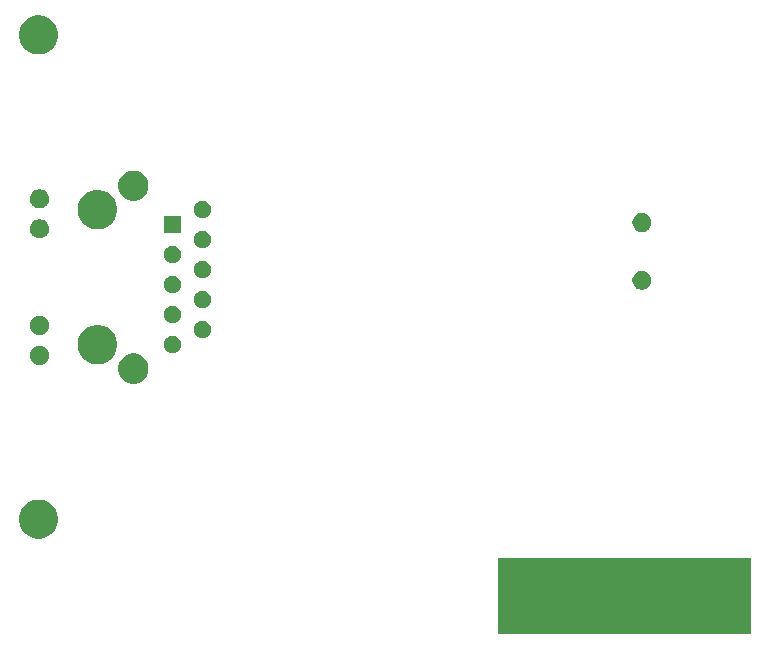
<source format=gbr>
G04 #@! TF.GenerationSoftware,KiCad,Pcbnew,(5.1.6)-1*
G04 #@! TF.CreationDate,2020-07-05T14:39:03+08:00*
G04 #@! TF.ProjectId,inteli210AT,696e7465-6c69-4323-9130-41542e6b6963,rev?*
G04 #@! TF.SameCoordinates,Original*
G04 #@! TF.FileFunction,Soldermask,Bot*
G04 #@! TF.FilePolarity,Negative*
%FSLAX46Y46*%
G04 Gerber Fmt 4.6, Leading zero omitted, Abs format (unit mm)*
G04 Created by KiCad (PCBNEW (5.1.6)-1) date 2020-07-05 14:39:03*
%MOMM*%
%LPD*%
G01*
G04 APERTURE LIST*
%ADD10C,0.100000*%
G04 APERTURE END LIST*
D10*
G36*
X860000Y-5030400D02*
G01*
X-20476000Y-5030400D01*
X-20476000Y1319600D01*
X860000Y1319600D01*
X860000Y-5030400D01*
G37*
X860000Y-5030400D02*
X-20476000Y-5030400D01*
X-20476000Y1319600D01*
X860000Y1319600D01*
X860000Y-5030400D01*
G36*
X-249000Y-3197400D02*
G01*
X-7051000Y-3197400D01*
X-7051000Y1204600D01*
X-249000Y1204600D01*
X-249000Y-3197400D01*
G37*
G36*
X-9249000Y-3197400D02*
G01*
X-19051000Y-3197400D01*
X-19051000Y-2222399D01*
X-19053402Y-2198013D01*
X-19060515Y-2174564D01*
X-19072066Y-2152953D01*
X-19087611Y-2134011D01*
X-19106553Y-2118466D01*
X-19128164Y-2106915D01*
X-19151613Y-2099802D01*
X-19175999Y-2097400D01*
X-20051000Y-2097400D01*
X-20051000Y1204600D01*
X-9249000Y1204600D01*
X-9249000Y-3197400D01*
G37*
G36*
X-59024744Y6208702D02*
G01*
X-58918421Y6187553D01*
X-58617958Y6063097D01*
X-58347549Y5882415D01*
X-58117585Y5652451D01*
X-57936903Y5382042D01*
X-57812447Y5081579D01*
X-57749000Y4762609D01*
X-57749000Y4437391D01*
X-57812447Y4118421D01*
X-57936903Y3817958D01*
X-58117585Y3547549D01*
X-58347549Y3317585D01*
X-58617958Y3136903D01*
X-58918421Y3012447D01*
X-59024744Y2991298D01*
X-59237389Y2949000D01*
X-59562611Y2949000D01*
X-59775256Y2991298D01*
X-59881579Y3012447D01*
X-60182042Y3136903D01*
X-60452451Y3317585D01*
X-60682415Y3547549D01*
X-60863097Y3817958D01*
X-60987553Y4118421D01*
X-61051000Y4437391D01*
X-61051000Y4762609D01*
X-60987553Y5081579D01*
X-60863097Y5382042D01*
X-60682415Y5652451D01*
X-60452451Y5882415D01*
X-60182042Y6063097D01*
X-59881579Y6187553D01*
X-59775256Y6208702D01*
X-59562611Y6251000D01*
X-59237389Y6251000D01*
X-59024744Y6208702D01*
G37*
G36*
X-50987135Y18579561D02*
G01*
X-50755373Y18483562D01*
X-50755372Y18483561D01*
X-50546791Y18344192D01*
X-50369408Y18166809D01*
X-50369407Y18166807D01*
X-50230038Y17958227D01*
X-50134039Y17726465D01*
X-50085100Y17480430D01*
X-50085100Y17229570D01*
X-50134039Y16983535D01*
X-50230038Y16751773D01*
X-50230039Y16751772D01*
X-50369408Y16543191D01*
X-50546791Y16365808D01*
X-50651790Y16295650D01*
X-50755373Y16226438D01*
X-50987135Y16130439D01*
X-51233170Y16081500D01*
X-51484030Y16081500D01*
X-51730065Y16130439D01*
X-51961827Y16226438D01*
X-52065410Y16295650D01*
X-52170409Y16365808D01*
X-52347792Y16543191D01*
X-52487161Y16751772D01*
X-52487162Y16751773D01*
X-52583161Y16983535D01*
X-52632100Y17229570D01*
X-52632100Y17480430D01*
X-52583161Y17726465D01*
X-52487162Y17958227D01*
X-52347793Y18166807D01*
X-52347792Y18166809D01*
X-52170409Y18344192D01*
X-51961828Y18483561D01*
X-51961827Y18483562D01*
X-51730065Y18579561D01*
X-51484030Y18628500D01*
X-51233170Y18628500D01*
X-50987135Y18579561D01*
G37*
G36*
X-59070583Y19259642D02*
G01*
X-58996330Y19228885D01*
X-58922079Y19198130D01*
X-58922078Y19198129D01*
X-58788433Y19108831D01*
X-58674769Y18995167D01*
X-58619134Y18911903D01*
X-58585470Y18861521D01*
X-58563068Y18807437D01*
X-58523958Y18713017D01*
X-58492600Y18555370D01*
X-58492600Y18394630D01*
X-58523958Y18236983D01*
X-58553025Y18166809D01*
X-58585470Y18088479D01*
X-58585471Y18088478D01*
X-58674769Y17954833D01*
X-58788433Y17841169D01*
X-58888667Y17774196D01*
X-58922079Y17751870D01*
X-58983411Y17726466D01*
X-59070583Y17690358D01*
X-59228230Y17659000D01*
X-59388970Y17659000D01*
X-59546617Y17690358D01*
X-59633789Y17726466D01*
X-59695121Y17751870D01*
X-59728533Y17774196D01*
X-59828767Y17841169D01*
X-59942431Y17954833D01*
X-60031729Y18088478D01*
X-60031730Y18088479D01*
X-60064175Y18166809D01*
X-60093242Y18236983D01*
X-60124600Y18394630D01*
X-60124600Y18555370D01*
X-60093242Y18713017D01*
X-60054132Y18807437D01*
X-60031730Y18861521D01*
X-59998066Y18911903D01*
X-59942431Y18995167D01*
X-59828767Y19108831D01*
X-59695122Y19198129D01*
X-59695121Y19198130D01*
X-59620870Y19228885D01*
X-59546617Y19259642D01*
X-59388970Y19291000D01*
X-59228230Y19291000D01*
X-59070583Y19259642D01*
G37*
G36*
X-53919729Y20996592D02*
G01*
X-53614717Y20870252D01*
X-53340213Y20686834D01*
X-53106766Y20453387D01*
X-52923348Y20178883D01*
X-52797008Y19873871D01*
X-52732600Y19550072D01*
X-52732600Y19219928D01*
X-52797008Y18896129D01*
X-52923348Y18591117D01*
X-53106766Y18316613D01*
X-53340213Y18083166D01*
X-53614717Y17899748D01*
X-53919729Y17773408D01*
X-54243527Y17709000D01*
X-54573673Y17709000D01*
X-54897471Y17773408D01*
X-55202483Y17899748D01*
X-55476987Y18083166D01*
X-55710434Y18316613D01*
X-55893852Y18591117D01*
X-56020192Y18896129D01*
X-56084600Y19219928D01*
X-56084600Y19550072D01*
X-56020192Y19873871D01*
X-55893852Y20178883D01*
X-55710434Y20453387D01*
X-55476987Y20686834D01*
X-55202483Y20870252D01*
X-54897471Y20996592D01*
X-54573673Y21061000D01*
X-54243527Y21061000D01*
X-53919729Y20996592D01*
G37*
G36*
X-47839834Y20111179D02*
G01*
X-47703343Y20054642D01*
X-47580503Y19972563D01*
X-47476037Y19868097D01*
X-47393958Y19745257D01*
X-47337421Y19608766D01*
X-47308600Y19463870D01*
X-47308600Y19316130D01*
X-47337421Y19171234D01*
X-47393958Y19034743D01*
X-47476037Y18911903D01*
X-47580503Y18807437D01*
X-47703343Y18725358D01*
X-47839834Y18668821D01*
X-47984730Y18640000D01*
X-48132470Y18640000D01*
X-48277366Y18668821D01*
X-48413857Y18725358D01*
X-48536697Y18807437D01*
X-48641163Y18911903D01*
X-48723242Y19034743D01*
X-48779779Y19171234D01*
X-48808600Y19316130D01*
X-48808600Y19463870D01*
X-48779779Y19608766D01*
X-48723242Y19745257D01*
X-48641163Y19868097D01*
X-48536697Y19972563D01*
X-48413857Y20054642D01*
X-48277366Y20111179D01*
X-48132470Y20140000D01*
X-47984730Y20140000D01*
X-47839834Y20111179D01*
G37*
G36*
X-45299834Y21381179D02*
G01*
X-45163343Y21324642D01*
X-45040503Y21242563D01*
X-44936037Y21138097D01*
X-44853958Y21015257D01*
X-44797421Y20878766D01*
X-44768600Y20733870D01*
X-44768600Y20586130D01*
X-44797421Y20441234D01*
X-44853958Y20304743D01*
X-44936037Y20181903D01*
X-45040503Y20077437D01*
X-45163343Y19995358D01*
X-45299834Y19938821D01*
X-45444730Y19910000D01*
X-45592470Y19910000D01*
X-45737366Y19938821D01*
X-45873857Y19995358D01*
X-45996697Y20077437D01*
X-46101163Y20181903D01*
X-46183242Y20304743D01*
X-46239779Y20441234D01*
X-46268600Y20586130D01*
X-46268600Y20733870D01*
X-46239779Y20878766D01*
X-46183242Y21015257D01*
X-46101163Y21138097D01*
X-45996697Y21242563D01*
X-45873857Y21324642D01*
X-45737366Y21381179D01*
X-45592470Y21410000D01*
X-45444730Y21410000D01*
X-45299834Y21381179D01*
G37*
G36*
X-59070583Y21799642D02*
G01*
X-58922079Y21738130D01*
X-58922078Y21738129D01*
X-58788433Y21648831D01*
X-58674769Y21535167D01*
X-58619134Y21451903D01*
X-58585470Y21401521D01*
X-58577044Y21381178D01*
X-58523958Y21253017D01*
X-58492600Y21095370D01*
X-58492600Y20934630D01*
X-58523958Y20776983D01*
X-58554715Y20702730D01*
X-58585470Y20628479D01*
X-58585471Y20628478D01*
X-58674769Y20494833D01*
X-58788433Y20381169D01*
X-58888667Y20314195D01*
X-58922079Y20291870D01*
X-58996330Y20261115D01*
X-59070583Y20230358D01*
X-59228230Y20199000D01*
X-59388970Y20199000D01*
X-59546617Y20230358D01*
X-59620870Y20261115D01*
X-59695121Y20291870D01*
X-59728533Y20314196D01*
X-59828767Y20381169D01*
X-59942431Y20494833D01*
X-60031729Y20628478D01*
X-60031730Y20628479D01*
X-60062485Y20702730D01*
X-60093242Y20776983D01*
X-60124600Y20934630D01*
X-60124600Y21095370D01*
X-60093242Y21253017D01*
X-60040156Y21381178D01*
X-60031730Y21401521D01*
X-59998066Y21451903D01*
X-59942431Y21535167D01*
X-59828767Y21648831D01*
X-59695122Y21738129D01*
X-59695121Y21738130D01*
X-59546617Y21799642D01*
X-59388970Y21831000D01*
X-59228230Y21831000D01*
X-59070583Y21799642D01*
G37*
G36*
X-47839834Y22651179D02*
G01*
X-47703343Y22594642D01*
X-47580503Y22512563D01*
X-47476037Y22408097D01*
X-47393958Y22285257D01*
X-47337421Y22148766D01*
X-47308600Y22003870D01*
X-47308600Y21856130D01*
X-47337421Y21711234D01*
X-47393958Y21574743D01*
X-47476037Y21451903D01*
X-47580503Y21347437D01*
X-47703343Y21265358D01*
X-47839834Y21208821D01*
X-47984730Y21180000D01*
X-48132470Y21180000D01*
X-48277366Y21208821D01*
X-48413857Y21265358D01*
X-48536697Y21347437D01*
X-48641163Y21451903D01*
X-48723242Y21574743D01*
X-48779779Y21711234D01*
X-48808600Y21856130D01*
X-48808600Y22003870D01*
X-48779779Y22148766D01*
X-48723242Y22285257D01*
X-48641163Y22408097D01*
X-48536697Y22512563D01*
X-48413857Y22594642D01*
X-48277366Y22651179D01*
X-48132470Y22680000D01*
X-47984730Y22680000D01*
X-47839834Y22651179D01*
G37*
G36*
X-45299834Y23921179D02*
G01*
X-45163343Y23864642D01*
X-45040503Y23782563D01*
X-44936037Y23678097D01*
X-44853958Y23555257D01*
X-44797421Y23418766D01*
X-44768600Y23273870D01*
X-44768600Y23126130D01*
X-44797421Y22981234D01*
X-44853958Y22844743D01*
X-44936037Y22721903D01*
X-45040503Y22617437D01*
X-45163343Y22535358D01*
X-45299834Y22478821D01*
X-45444730Y22450000D01*
X-45592470Y22450000D01*
X-45737366Y22478821D01*
X-45873857Y22535358D01*
X-45996697Y22617437D01*
X-46101163Y22721903D01*
X-46183242Y22844743D01*
X-46239779Y22981234D01*
X-46268600Y23126130D01*
X-46268600Y23273870D01*
X-46239779Y23418766D01*
X-46183242Y23555257D01*
X-46101163Y23678097D01*
X-45996697Y23782563D01*
X-45873857Y23864642D01*
X-45737366Y23921179D01*
X-45592470Y23950000D01*
X-45444730Y23950000D01*
X-45299834Y23921179D01*
G37*
G36*
X-47839834Y25191179D02*
G01*
X-47703343Y25134642D01*
X-47580503Y25052563D01*
X-47476037Y24948097D01*
X-47393958Y24825257D01*
X-47337421Y24688766D01*
X-47308600Y24543870D01*
X-47308600Y24396130D01*
X-47337421Y24251234D01*
X-47393958Y24114743D01*
X-47476037Y23991903D01*
X-47580503Y23887437D01*
X-47703343Y23805358D01*
X-47839834Y23748821D01*
X-47984730Y23720000D01*
X-48132470Y23720000D01*
X-48277366Y23748821D01*
X-48413857Y23805358D01*
X-48536697Y23887437D01*
X-48641163Y23991903D01*
X-48723242Y24114743D01*
X-48779779Y24251234D01*
X-48808600Y24396130D01*
X-48808600Y24543870D01*
X-48779779Y24688766D01*
X-48723242Y24825257D01*
X-48641163Y24948097D01*
X-48536697Y25052563D01*
X-48413857Y25134642D01*
X-48277366Y25191179D01*
X-48132470Y25220000D01*
X-47984730Y25220000D01*
X-47839834Y25191179D01*
G37*
G36*
X-8071958Y25608219D02*
G01*
X-7926186Y25547838D01*
X-7926184Y25547837D01*
X-7794992Y25460178D01*
X-7683422Y25348608D01*
X-7625488Y25261903D01*
X-7595762Y25217414D01*
X-7535381Y25071642D01*
X-7504600Y24916893D01*
X-7504600Y24759107D01*
X-7535381Y24604358D01*
X-7595762Y24458586D01*
X-7595763Y24458584D01*
X-7683422Y24327392D01*
X-7794992Y24215822D01*
X-7926184Y24128163D01*
X-7926185Y24128162D01*
X-7926186Y24128162D01*
X-8071958Y24067781D01*
X-8226707Y24037000D01*
X-8384493Y24037000D01*
X-8539242Y24067781D01*
X-8685014Y24128162D01*
X-8685015Y24128162D01*
X-8685016Y24128163D01*
X-8816208Y24215822D01*
X-8927778Y24327392D01*
X-9015437Y24458584D01*
X-9015438Y24458586D01*
X-9075819Y24604358D01*
X-9106600Y24759107D01*
X-9106600Y24916893D01*
X-9075819Y25071642D01*
X-9015438Y25217414D01*
X-8985712Y25261903D01*
X-8927778Y25348608D01*
X-8816208Y25460178D01*
X-8685016Y25547837D01*
X-8685014Y25547838D01*
X-8539242Y25608219D01*
X-8384493Y25639000D01*
X-8226707Y25639000D01*
X-8071958Y25608219D01*
G37*
G36*
X-45299834Y26461179D02*
G01*
X-45163343Y26404642D01*
X-45040503Y26322563D01*
X-44936037Y26218097D01*
X-44853958Y26095257D01*
X-44797421Y25958766D01*
X-44768600Y25813870D01*
X-44768600Y25666130D01*
X-44797421Y25521234D01*
X-44853958Y25384743D01*
X-44936037Y25261903D01*
X-45040503Y25157437D01*
X-45163343Y25075358D01*
X-45299834Y25018821D01*
X-45444730Y24990000D01*
X-45592470Y24990000D01*
X-45737366Y25018821D01*
X-45873857Y25075358D01*
X-45996697Y25157437D01*
X-46101163Y25261903D01*
X-46183242Y25384743D01*
X-46239779Y25521234D01*
X-46268600Y25666130D01*
X-46268600Y25813870D01*
X-46239779Y25958766D01*
X-46183242Y26095257D01*
X-46101163Y26218097D01*
X-45996697Y26322563D01*
X-45873857Y26404642D01*
X-45737366Y26461179D01*
X-45592470Y26490000D01*
X-45444730Y26490000D01*
X-45299834Y26461179D01*
G37*
G36*
X-47839834Y27731179D02*
G01*
X-47703343Y27674642D01*
X-47580503Y27592563D01*
X-47476037Y27488097D01*
X-47393958Y27365257D01*
X-47337421Y27228766D01*
X-47308600Y27083870D01*
X-47308600Y26936130D01*
X-47337421Y26791234D01*
X-47393958Y26654743D01*
X-47476037Y26531903D01*
X-47580503Y26427437D01*
X-47703343Y26345358D01*
X-47839834Y26288821D01*
X-47984730Y26260000D01*
X-48132470Y26260000D01*
X-48277366Y26288821D01*
X-48413857Y26345358D01*
X-48536697Y26427437D01*
X-48641163Y26531903D01*
X-48723242Y26654743D01*
X-48779779Y26791234D01*
X-48808600Y26936130D01*
X-48808600Y27083870D01*
X-48779779Y27228766D01*
X-48723242Y27365257D01*
X-48641163Y27488097D01*
X-48536697Y27592563D01*
X-48413857Y27674642D01*
X-48277366Y27731179D01*
X-48132470Y27760000D01*
X-47984730Y27760000D01*
X-47839834Y27731179D01*
G37*
G36*
X-45299834Y29001179D02*
G01*
X-45163343Y28944642D01*
X-45040503Y28862563D01*
X-44936037Y28758097D01*
X-44853958Y28635257D01*
X-44797421Y28498766D01*
X-44768600Y28353870D01*
X-44768600Y28206130D01*
X-44797421Y28061234D01*
X-44853958Y27924743D01*
X-44936037Y27801903D01*
X-45040503Y27697437D01*
X-45163343Y27615358D01*
X-45299834Y27558821D01*
X-45444730Y27530000D01*
X-45592470Y27530000D01*
X-45737366Y27558821D01*
X-45873857Y27615358D01*
X-45996697Y27697437D01*
X-46101163Y27801903D01*
X-46183242Y27924743D01*
X-46239779Y28061234D01*
X-46268600Y28206130D01*
X-46268600Y28353870D01*
X-46239779Y28498766D01*
X-46183242Y28635257D01*
X-46101163Y28758097D01*
X-45996697Y28862563D01*
X-45873857Y28944642D01*
X-45737366Y29001179D01*
X-45592470Y29030000D01*
X-45444730Y29030000D01*
X-45299834Y29001179D01*
G37*
G36*
X-59070583Y29969642D02*
G01*
X-58996330Y29938885D01*
X-58922079Y29908130D01*
X-58922078Y29908129D01*
X-58788433Y29818831D01*
X-58674769Y29705167D01*
X-58607796Y29604933D01*
X-58585470Y29571521D01*
X-58561299Y29513166D01*
X-58523958Y29423017D01*
X-58492600Y29265370D01*
X-58492600Y29104630D01*
X-58523958Y28946983D01*
X-58585470Y28798479D01*
X-58585471Y28798478D01*
X-58674769Y28664833D01*
X-58788433Y28551169D01*
X-58888667Y28484195D01*
X-58922079Y28461870D01*
X-59070583Y28400358D01*
X-59228230Y28369000D01*
X-59388970Y28369000D01*
X-59546617Y28400358D01*
X-59695121Y28461870D01*
X-59728533Y28484196D01*
X-59828767Y28551169D01*
X-59942431Y28664833D01*
X-60031729Y28798478D01*
X-60031730Y28798479D01*
X-60062485Y28872730D01*
X-60093242Y28946983D01*
X-60124600Y29104630D01*
X-60124600Y29265370D01*
X-60093242Y29423017D01*
X-60055901Y29513166D01*
X-60031730Y29571521D01*
X-60009405Y29604933D01*
X-59942431Y29705167D01*
X-59828767Y29818831D01*
X-59695122Y29908129D01*
X-59695121Y29908130D01*
X-59620870Y29938885D01*
X-59546617Y29969642D01*
X-59388970Y30001000D01*
X-59228230Y30001000D01*
X-59070583Y29969642D01*
G37*
G36*
X-47308600Y28800000D02*
G01*
X-48808600Y28800000D01*
X-48808600Y30300000D01*
X-47308600Y30300000D01*
X-47308600Y28800000D01*
G37*
G36*
X-8071958Y30488219D02*
G01*
X-7926186Y30427838D01*
X-7926184Y30427837D01*
X-7794992Y30340178D01*
X-7683422Y30228608D01*
X-7596702Y30098821D01*
X-7595762Y30097414D01*
X-7535381Y29951642D01*
X-7504600Y29796893D01*
X-7504600Y29639107D01*
X-7535381Y29484358D01*
X-7595762Y29338586D01*
X-7595763Y29338584D01*
X-7683422Y29207392D01*
X-7794992Y29095822D01*
X-7926184Y29008163D01*
X-7926185Y29008162D01*
X-7926186Y29008162D01*
X-8071958Y28947781D01*
X-8226707Y28917000D01*
X-8384493Y28917000D01*
X-8539242Y28947781D01*
X-8685014Y29008162D01*
X-8685015Y29008162D01*
X-8685016Y29008163D01*
X-8816208Y29095822D01*
X-8927778Y29207392D01*
X-9015437Y29338584D01*
X-9015438Y29338586D01*
X-9075819Y29484358D01*
X-9106600Y29639107D01*
X-9106600Y29796893D01*
X-9075819Y29951642D01*
X-9015438Y30097414D01*
X-9014498Y30098821D01*
X-8927778Y30228608D01*
X-8816208Y30340178D01*
X-8685016Y30427837D01*
X-8685014Y30427838D01*
X-8539242Y30488219D01*
X-8384493Y30519000D01*
X-8226707Y30519000D01*
X-8071958Y30488219D01*
G37*
G36*
X-54155726Y32473535D02*
G01*
X-53919729Y32426592D01*
X-53614717Y32300252D01*
X-53340213Y32116834D01*
X-53106766Y31883387D01*
X-52923348Y31608883D01*
X-52797008Y31303871D01*
X-52732600Y30980072D01*
X-52732600Y30649928D01*
X-52797008Y30326129D01*
X-52923348Y30021117D01*
X-53106766Y29746613D01*
X-53340213Y29513166D01*
X-53614717Y29329748D01*
X-53919729Y29203408D01*
X-54081629Y29171204D01*
X-54243527Y29139000D01*
X-54573673Y29139000D01*
X-54735571Y29171204D01*
X-54897471Y29203408D01*
X-55202483Y29329748D01*
X-55476987Y29513166D01*
X-55710434Y29746613D01*
X-55893852Y30021117D01*
X-56020192Y30326129D01*
X-56084600Y30649928D01*
X-56084600Y30980072D01*
X-56020192Y31303871D01*
X-55893852Y31608883D01*
X-55710434Y31883387D01*
X-55476987Y32116834D01*
X-55202483Y32300252D01*
X-54897471Y32426592D01*
X-54661474Y32473535D01*
X-54573673Y32491000D01*
X-54243527Y32491000D01*
X-54155726Y32473535D01*
G37*
G36*
X-45299834Y31541179D02*
G01*
X-45163343Y31484642D01*
X-45040503Y31402563D01*
X-44936037Y31298097D01*
X-44853958Y31175257D01*
X-44797421Y31038766D01*
X-44768600Y30893870D01*
X-44768600Y30746130D01*
X-44797421Y30601234D01*
X-44853958Y30464743D01*
X-44936037Y30341903D01*
X-45040503Y30237437D01*
X-45163343Y30155358D01*
X-45299834Y30098821D01*
X-45444730Y30070000D01*
X-45592470Y30070000D01*
X-45737366Y30098821D01*
X-45873857Y30155358D01*
X-45996697Y30237437D01*
X-46101163Y30341903D01*
X-46183242Y30464743D01*
X-46239779Y30601234D01*
X-46268600Y30746130D01*
X-46268600Y30893870D01*
X-46239779Y31038766D01*
X-46183242Y31175257D01*
X-46101163Y31298097D01*
X-45996697Y31402563D01*
X-45873857Y31484642D01*
X-45737366Y31541179D01*
X-45592470Y31570000D01*
X-45444730Y31570000D01*
X-45299834Y31541179D01*
G37*
G36*
X-59070583Y32509642D02*
G01*
X-58996330Y32478885D01*
X-58922079Y32448130D01*
X-58922078Y32448129D01*
X-58788433Y32358831D01*
X-58674769Y32245167D01*
X-58607795Y32144933D01*
X-58585470Y32111521D01*
X-58554715Y32037270D01*
X-58523958Y31963017D01*
X-58492600Y31805370D01*
X-58492600Y31644630D01*
X-58523958Y31486983D01*
X-58554715Y31412730D01*
X-58585470Y31338479D01*
X-58585471Y31338478D01*
X-58674769Y31204833D01*
X-58788433Y31091169D01*
X-58888667Y31024196D01*
X-58922079Y31001870D01*
X-58974705Y30980072D01*
X-59070583Y30940358D01*
X-59228230Y30909000D01*
X-59388970Y30909000D01*
X-59546617Y30940358D01*
X-59642495Y30980072D01*
X-59695121Y31001870D01*
X-59728533Y31024196D01*
X-59828767Y31091169D01*
X-59942431Y31204833D01*
X-60031729Y31338478D01*
X-60031730Y31338479D01*
X-60093242Y31486983D01*
X-60124600Y31644630D01*
X-60124600Y31805370D01*
X-60093242Y31963017D01*
X-60062485Y32037270D01*
X-60031730Y32111521D01*
X-60009405Y32144933D01*
X-59942431Y32245167D01*
X-59828767Y32358831D01*
X-59695122Y32448129D01*
X-59695121Y32448130D01*
X-59546617Y32509642D01*
X-59388970Y32541000D01*
X-59228230Y32541000D01*
X-59070583Y32509642D01*
G37*
G36*
X-50987135Y34069561D02*
G01*
X-50755373Y33973562D01*
X-50755372Y33973561D01*
X-50546791Y33834192D01*
X-50369408Y33656809D01*
X-50369407Y33656807D01*
X-50230038Y33448227D01*
X-50134039Y33216465D01*
X-50085100Y32970430D01*
X-50085100Y32719570D01*
X-50134039Y32473535D01*
X-50230038Y32241773D01*
X-50230039Y32241772D01*
X-50369408Y32033191D01*
X-50546791Y31855808D01*
X-50651790Y31785650D01*
X-50755373Y31716438D01*
X-50987135Y31620439D01*
X-51233170Y31571500D01*
X-51484030Y31571500D01*
X-51730065Y31620439D01*
X-51961827Y31716438D01*
X-52065410Y31785650D01*
X-52170409Y31855808D01*
X-52347792Y32033191D01*
X-52487161Y32241772D01*
X-52487162Y32241773D01*
X-52583161Y32473535D01*
X-52632100Y32719570D01*
X-52632100Y32970430D01*
X-52583161Y33216465D01*
X-52487162Y33448227D01*
X-52347793Y33656807D01*
X-52347792Y33656809D01*
X-52170409Y33834192D01*
X-51961828Y33973561D01*
X-51961827Y33973562D01*
X-51730065Y34069561D01*
X-51484030Y34118500D01*
X-51233170Y34118500D01*
X-50987135Y34069561D01*
G37*
G36*
X-59024744Y47208702D02*
G01*
X-58918421Y47187553D01*
X-58617958Y47063097D01*
X-58347549Y46882415D01*
X-58117585Y46652451D01*
X-57936903Y46382042D01*
X-57812447Y46081579D01*
X-57749000Y45762609D01*
X-57749000Y45437391D01*
X-57812447Y45118421D01*
X-57936903Y44817958D01*
X-58117585Y44547549D01*
X-58347549Y44317585D01*
X-58617958Y44136903D01*
X-58918421Y44012447D01*
X-59024744Y43991298D01*
X-59237389Y43949000D01*
X-59562611Y43949000D01*
X-59775256Y43991298D01*
X-59881579Y44012447D01*
X-60182042Y44136903D01*
X-60452451Y44317585D01*
X-60682415Y44547549D01*
X-60863097Y44817958D01*
X-60987553Y45118421D01*
X-61051000Y45437391D01*
X-61051000Y45762609D01*
X-60987553Y46081579D01*
X-60863097Y46382042D01*
X-60682415Y46652451D01*
X-60452451Y46882415D01*
X-60182042Y47063097D01*
X-59881579Y47187553D01*
X-59775256Y47208702D01*
X-59562611Y47251000D01*
X-59237389Y47251000D01*
X-59024744Y47208702D01*
G37*
M02*

</source>
